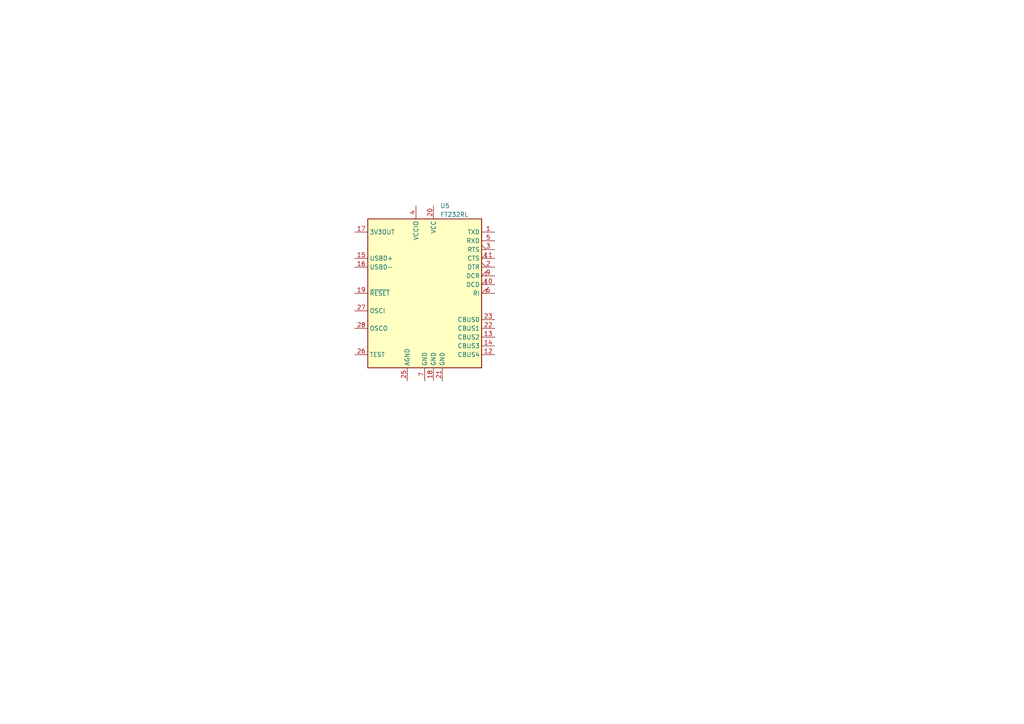
<source format=kicad_sch>
(kicad_sch (version 20230121) (generator eeschema)

  (uuid b91d2fad-94da-4663-84b8-78ae7c87bff1)

  (paper "A4")

  (lib_symbols
    (symbol "Interface_USB:FT232RL" (in_bom yes) (on_board yes)
      (property "Reference" "U" (at -16.51 22.86 0)
        (effects (font (size 1.27 1.27)) (justify left))
      )
      (property "Value" "FT232RL" (at 10.16 22.86 0)
        (effects (font (size 1.27 1.27)) (justify left))
      )
      (property "Footprint" "Package_SO:SSOP-28_5.3x10.2mm_P0.65mm" (at 27.94 -22.86 0)
        (effects (font (size 1.27 1.27)) hide)
      )
      (property "Datasheet" "https://www.ftdichip.com/Support/Documents/DataSheets/ICs/DS_FT232R.pdf" (at 0 0 0)
        (effects (font (size 1.27 1.27)) hide)
      )
      (property "ki_keywords" "FTDI USB Serial" (at 0 0 0)
        (effects (font (size 1.27 1.27)) hide)
      )
      (property "ki_description" "USB to Serial Interface, SSOP-28" (at 0 0 0)
        (effects (font (size 1.27 1.27)) hide)
      )
      (property "ki_fp_filters" "SSOP*5.3x10.2mm*P0.65mm*" (at 0 0 0)
        (effects (font (size 1.27 1.27)) hide)
      )
      (symbol "FT232RL_0_1"
        (rectangle (start -16.51 21.59) (end 16.51 -21.59)
          (stroke (width 0.254) (type default))
          (fill (type background))
        )
      )
      (symbol "FT232RL_1_1"
        (pin output line (at 20.32 17.78 180) (length 3.81)
          (name "TXD" (effects (font (size 1.27 1.27))))
          (number "1" (effects (font (size 1.27 1.27))))
        )
        (pin input input_low (at 20.32 2.54 180) (length 3.81)
          (name "DCD" (effects (font (size 1.27 1.27))))
          (number "10" (effects (font (size 1.27 1.27))))
        )
        (pin input input_low (at 20.32 10.16 180) (length 3.81)
          (name "CTS" (effects (font (size 1.27 1.27))))
          (number "11" (effects (font (size 1.27 1.27))))
        )
        (pin bidirectional line (at 20.32 -17.78 180) (length 3.81)
          (name "CBUS4" (effects (font (size 1.27 1.27))))
          (number "12" (effects (font (size 1.27 1.27))))
        )
        (pin bidirectional line (at 20.32 -12.7 180) (length 3.81)
          (name "CBUS2" (effects (font (size 1.27 1.27))))
          (number "13" (effects (font (size 1.27 1.27))))
        )
        (pin bidirectional line (at 20.32 -15.24 180) (length 3.81)
          (name "CBUS3" (effects (font (size 1.27 1.27))))
          (number "14" (effects (font (size 1.27 1.27))))
        )
        (pin bidirectional line (at -20.32 10.16 0) (length 3.81)
          (name "USBD+" (effects (font (size 1.27 1.27))))
          (number "15" (effects (font (size 1.27 1.27))))
        )
        (pin bidirectional line (at -20.32 7.62 0) (length 3.81)
          (name "USBD-" (effects (font (size 1.27 1.27))))
          (number "16" (effects (font (size 1.27 1.27))))
        )
        (pin power_out line (at -20.32 17.78 0) (length 3.81)
          (name "3V3OUT" (effects (font (size 1.27 1.27))))
          (number "17" (effects (font (size 1.27 1.27))))
        )
        (pin power_in line (at 2.54 -25.4 90) (length 3.81)
          (name "GND" (effects (font (size 1.27 1.27))))
          (number "18" (effects (font (size 1.27 1.27))))
        )
        (pin input line (at -20.32 0 0) (length 3.81)
          (name "~{RESET}" (effects (font (size 1.27 1.27))))
          (number "19" (effects (font (size 1.27 1.27))))
        )
        (pin output output_low (at 20.32 7.62 180) (length 3.81)
          (name "DTR" (effects (font (size 1.27 1.27))))
          (number "2" (effects (font (size 1.27 1.27))))
        )
        (pin power_in line (at 2.54 25.4 270) (length 3.81)
          (name "VCC" (effects (font (size 1.27 1.27))))
          (number "20" (effects (font (size 1.27 1.27))))
        )
        (pin power_in line (at 5.08 -25.4 90) (length 3.81)
          (name "GND" (effects (font (size 1.27 1.27))))
          (number "21" (effects (font (size 1.27 1.27))))
        )
        (pin bidirectional line (at 20.32 -10.16 180) (length 3.81)
          (name "CBUS1" (effects (font (size 1.27 1.27))))
          (number "22" (effects (font (size 1.27 1.27))))
        )
        (pin bidirectional line (at 20.32 -7.62 180) (length 3.81)
          (name "CBUS0" (effects (font (size 1.27 1.27))))
          (number "23" (effects (font (size 1.27 1.27))))
        )
        (pin power_in line (at -5.08 -25.4 90) (length 3.81)
          (name "AGND" (effects (font (size 1.27 1.27))))
          (number "25" (effects (font (size 1.27 1.27))))
        )
        (pin input line (at -20.32 -17.78 0) (length 3.81)
          (name "TEST" (effects (font (size 1.27 1.27))))
          (number "26" (effects (font (size 1.27 1.27))))
        )
        (pin input line (at -20.32 -5.08 0) (length 3.81)
          (name "OSCI" (effects (font (size 1.27 1.27))))
          (number "27" (effects (font (size 1.27 1.27))))
        )
        (pin output line (at -20.32 -10.16 0) (length 3.81)
          (name "OSCO" (effects (font (size 1.27 1.27))))
          (number "28" (effects (font (size 1.27 1.27))))
        )
        (pin output output_low (at 20.32 12.7 180) (length 3.81)
          (name "RTS" (effects (font (size 1.27 1.27))))
          (number "3" (effects (font (size 1.27 1.27))))
        )
        (pin power_in line (at -2.54 25.4 270) (length 3.81)
          (name "VCCIO" (effects (font (size 1.27 1.27))))
          (number "4" (effects (font (size 1.27 1.27))))
        )
        (pin input line (at 20.32 15.24 180) (length 3.81)
          (name "RXD" (effects (font (size 1.27 1.27))))
          (number "5" (effects (font (size 1.27 1.27))))
        )
        (pin input input_low (at 20.32 0 180) (length 3.81)
          (name "RI" (effects (font (size 1.27 1.27))))
          (number "6" (effects (font (size 1.27 1.27))))
        )
        (pin power_in line (at 0 -25.4 90) (length 3.81)
          (name "GND" (effects (font (size 1.27 1.27))))
          (number "7" (effects (font (size 1.27 1.27))))
        )
        (pin input input_low (at 20.32 5.08 180) (length 3.81)
          (name "DCR" (effects (font (size 1.27 1.27))))
          (number "9" (effects (font (size 1.27 1.27))))
        )
      )
    )
  )


  (symbol (lib_id "Interface_USB:FT232RL") (at 123.19 85.09 0) (unit 1)
    (in_bom yes) (on_board yes) (dnp no) (fields_autoplaced)
    (uuid 82e7c1db-b092-4821-b368-a5a481fff80c)
    (property "Reference" "U5" (at 127.6859 59.69 0)
      (effects (font (size 1.27 1.27)) (justify left))
    )
    (property "Value" "FT232RL" (at 127.6859 62.23 0)
      (effects (font (size 1.27 1.27)) (justify left))
    )
    (property "Footprint" "Package_SO:SSOP-28_5.3x10.2mm_P0.65mm" (at 151.13 107.95 0)
      (effects (font (size 1.27 1.27)) hide)
    )
    (property "Datasheet" "https://www.ftdichip.com/Support/Documents/DataSheets/ICs/DS_FT232R.pdf" (at 123.19 85.09 0)
      (effects (font (size 1.27 1.27)) hide)
    )
    (pin "1" (uuid 25a4115e-4a92-4928-992e-e044fea9c632))
    (pin "10" (uuid 8f771955-5980-46c3-a898-67257ba8a913))
    (pin "11" (uuid 072b115e-3df8-479d-971e-0234f2639500))
    (pin "12" (uuid 895057c2-7753-40d1-846c-75b5f0e1a786))
    (pin "13" (uuid 44c24fd9-769a-48d3-a3aa-a2db531c4c10))
    (pin "14" (uuid 19378d15-8c6a-458c-bb14-4db4b24b7ede))
    (pin "15" (uuid ff0ddad8-60d5-4fc5-a67b-740fa7bcf5f7))
    (pin "16" (uuid 5f87c7dd-5d77-4244-92a5-89957b36b3c9))
    (pin "17" (uuid d09d465e-5151-40a9-aa98-4a7f4134cff5))
    (pin "18" (uuid ec3fc74f-2316-4c8d-9c4e-1c10989f1a4a))
    (pin "19" (uuid fad182d4-4256-465d-a318-f9f8430af5ce))
    (pin "2" (uuid 465615bb-8731-48c3-8f91-1c7e0e5be10a))
    (pin "20" (uuid 6a12a25f-2330-4722-9c29-21360bffd18d))
    (pin "21" (uuid 58b18d76-c3ea-45e1-8dfa-ad991035ae9c))
    (pin "22" (uuid 9dae1dad-caf5-40e1-9f94-04a46cb9a99d))
    (pin "23" (uuid 81172db3-0aea-4f15-8f79-328c726439b1))
    (pin "25" (uuid d843c0fd-5afb-4341-af16-1060ed75cb1a))
    (pin "26" (uuid c22bdb60-2f09-4bad-b08f-8da09d4d9808))
    (pin "27" (uuid 7edf82e7-4495-435a-95d3-b9e547883dff))
    (pin "28" (uuid e1f0a721-e459-4cb2-b756-709d7e029ad2))
    (pin "3" (uuid 051bd6cc-ea12-4710-8f56-dacc7ad9b34f))
    (pin "4" (uuid 39adbc28-25a5-41e3-a6ae-6c4d826a7219))
    (pin "5" (uuid 511bf1b3-ebf7-49a1-a0b9-c7a1e5107ab1))
    (pin "6" (uuid a18d58ef-fd8c-4402-bfad-81423c4bde25))
    (pin "7" (uuid 061badce-47eb-45bf-928a-d6bb91615a93))
    (pin "9" (uuid 45669cdd-a5f5-4969-82a3-bd5c82b6c4ef))
    (instances
      (project "Audio_Module"
        (path "/d02e40c9-ccec-400e-b892-2088ebe3bbd0"
          (reference "U5") (unit 1)
        )
        (path "/d02e40c9-ccec-400e-b892-2088ebe3bbd0/bd08839e-ef99-4adf-9423-addb71450987"
          (reference "U5") (unit 1)
        )
        (path "/d02e40c9-ccec-400e-b892-2088ebe3bbd0/2f6215bf-7c2c-4d38-89d0-01248c55b069"
          (reference "U5") (unit 1)
        )
      )
    )
  )
)

</source>
